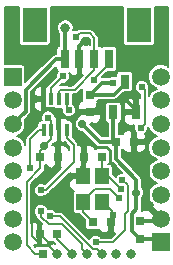
<source format=gbl>
G04 #@! TF.FileFunction,Copper,L2,Bot,Signal*
%FSLAX46Y46*%
G04 Gerber Fmt 4.6, Leading zero omitted, Abs format (unit mm)*
G04 Created by KiCad (PCBNEW 4.0.1-stable) date 2016 March 10, Thursday 23:14:04*
%MOMM*%
G01*
G04 APERTURE LIST*
%ADD10C,0.100000*%
%ADD11R,0.800000X1.600000*%
%ADD12R,2.100000X3.000000*%
%ADD13R,0.750000X0.800000*%
%ADD14R,0.800000X0.750000*%
%ADD15R,0.800000X0.800000*%
%ADD16O,0.800000X0.800000*%
%ADD17R,0.800000X1.200000*%
%ADD18R,0.450000X1.000000*%
%ADD19R,1.150000X1.400000*%
%ADD20C,1.500000*%
%ADD21R,1.500000X1.500000*%
%ADD22C,0.710000*%
%ADD23C,0.610000*%
%ADD24C,0.810000*%
%ADD25C,0.200000*%
%ADD26C,0.300000*%
%ADD27C,0.160000*%
G04 APERTURE END LIST*
D10*
D11*
X93125000Y-44999800D03*
X94375000Y-44999800D03*
X95625000Y-44999800D03*
X96875000Y-44999800D03*
D12*
X90575000Y-42099800D03*
X99425000Y-42099800D03*
D13*
X99500000Y-60250000D03*
X99500000Y-58750000D03*
D14*
X92500000Y-59800000D03*
X91000000Y-59800000D03*
X96250000Y-53250000D03*
X94750000Y-53250000D03*
X95550000Y-58800000D03*
X97050000Y-58800000D03*
X91050000Y-53300000D03*
X92550000Y-53300000D03*
D13*
X95250000Y-48000000D03*
X95250000Y-49500000D03*
D14*
X97500000Y-52000000D03*
X99000000Y-52000000D03*
D15*
X91250000Y-61500000D03*
D16*
X92500000Y-61500000D03*
X93750000Y-61500000D03*
X95000000Y-61500000D03*
X96250000Y-61500000D03*
X97500000Y-61500000D03*
X98750000Y-61500000D03*
D17*
X98200000Y-46900000D03*
X97250000Y-49500000D03*
X99150000Y-49500000D03*
D18*
X93300000Y-48400000D03*
X92650000Y-48400000D03*
X92000000Y-48400000D03*
X91350000Y-48400000D03*
X91350000Y-51000000D03*
X92000000Y-51000000D03*
X92650000Y-51000000D03*
X93300000Y-51000000D03*
D19*
X94700000Y-54900000D03*
X94700000Y-57100000D03*
X96300000Y-57100000D03*
X96300000Y-54900000D03*
D20*
X88750000Y-60500000D03*
X88750000Y-58500000D03*
X88750000Y-56500000D03*
X88750000Y-54500000D03*
X88750000Y-52500000D03*
X88750000Y-50500000D03*
D21*
X88750000Y-46500000D03*
D20*
X88750000Y-48500000D03*
X101250000Y-46500000D03*
X101250000Y-48500000D03*
X101250000Y-50500000D03*
X101250000Y-52500000D03*
X101250000Y-54500000D03*
X101250000Y-56500000D03*
D21*
X101250000Y-60500000D03*
D20*
X101250000Y-58500000D03*
D22*
X91400000Y-52400000D03*
X99200000Y-56300000D03*
X94600000Y-50500000D03*
D23*
X91750000Y-50000000D03*
D22*
X90500000Y-44900000D03*
X99300000Y-45000000D03*
X96100000Y-48900000D03*
D23*
X94400000Y-59000000D03*
D22*
X93600000Y-47000000D03*
X94971045Y-43534852D03*
X90600000Y-48400000D03*
X92600000Y-49600000D03*
D23*
X97183860Y-58202954D03*
X95750000Y-60500000D03*
X98001742Y-55235483D03*
X97909998Y-56000000D03*
X97749348Y-56753057D03*
D24*
X93175859Y-42347713D03*
D23*
X97250000Y-47000000D03*
X91100000Y-57900000D03*
X91900000Y-58300000D03*
X94113360Y-43111454D03*
X95584574Y-46795657D03*
X92970049Y-46475041D03*
X99651616Y-47399363D03*
X99600000Y-50800000D03*
X90163610Y-54206550D03*
X91100000Y-56100000D03*
X93470907Y-49321156D03*
D25*
X91050000Y-53300000D02*
X91050000Y-54250000D01*
X91050000Y-54250000D02*
X89900000Y-55400000D01*
X89900000Y-55400000D02*
X89900000Y-60750000D01*
X89900000Y-60750000D02*
X90650000Y-61500000D01*
X90650000Y-61500000D02*
X91250000Y-61500000D01*
X91050000Y-53300000D02*
X91050000Y-52750000D01*
X91050000Y-52750000D02*
X91400000Y-52400000D01*
X92000000Y-51700000D02*
X92000000Y-51800000D01*
X92000000Y-51800000D02*
X91400000Y-52400000D01*
D26*
X99200000Y-56300000D02*
X99200000Y-57716998D01*
X99200000Y-57716998D02*
X98814999Y-58101999D01*
X98814999Y-58101999D02*
X98814999Y-59539999D01*
X98814999Y-59539999D02*
X99500000Y-60225000D01*
X99500000Y-60225000D02*
X99500000Y-60250000D01*
X97500000Y-52000000D02*
X97500000Y-53500000D01*
X97500000Y-53500000D02*
X99200000Y-55200000D01*
X99200000Y-55200000D02*
X99200000Y-56300000D01*
X97500000Y-52000000D02*
X96100000Y-52000000D01*
X96100000Y-52000000D02*
X94600000Y-50500000D01*
X97250000Y-49500000D02*
X97250000Y-51750000D01*
X97250000Y-51750000D02*
X97500000Y-52000000D01*
D25*
X91750000Y-50000000D02*
X92000000Y-50250000D01*
X92000000Y-50250000D02*
X92000000Y-51000000D01*
X92000000Y-51700000D02*
X92000000Y-51000000D01*
D26*
X99500000Y-60250000D02*
X101000000Y-60250000D01*
X101000000Y-60250000D02*
X101250000Y-60500000D01*
X96454999Y-48545001D02*
X96100000Y-48900000D01*
X98395001Y-48545001D02*
X96454999Y-48545001D01*
X99150000Y-49300000D02*
X98395001Y-48545001D01*
X99150000Y-49500000D02*
X99150000Y-49300000D01*
X90600000Y-48400000D02*
X91350000Y-48400000D01*
D25*
X92650000Y-51000000D02*
X92650000Y-53200000D01*
X92650000Y-53200000D02*
X92550000Y-53300000D01*
X92550000Y-53300000D02*
X92550000Y-53813661D01*
X92550000Y-53813661D02*
X90318426Y-56045235D01*
X90318426Y-56045235D02*
X90318426Y-57000000D01*
D26*
X95250000Y-49500000D02*
X95500000Y-49500000D01*
X95500000Y-49500000D02*
X96100000Y-48900000D01*
X93700000Y-50000000D02*
X93900000Y-50000000D01*
X93900000Y-50000000D02*
X94075000Y-50000000D01*
D27*
X94750000Y-51950000D02*
X94004999Y-51204999D01*
X94004999Y-51204999D02*
X94004999Y-50104999D01*
X94004999Y-50104999D02*
X93900000Y-50000000D01*
X94750000Y-53250000D02*
X94750000Y-51950000D01*
X92600000Y-49600000D02*
X93000000Y-50000000D01*
X93000000Y-50000000D02*
X93700000Y-50000000D01*
X93965000Y-54900000D02*
X92365000Y-56500000D01*
X92365000Y-56500000D02*
X92065000Y-56800000D01*
X94400000Y-59000000D02*
X94400000Y-58535000D01*
X94400000Y-58535000D02*
X92365000Y-56500000D01*
X94400000Y-59000000D02*
X95100000Y-59700000D01*
X95100000Y-59700000D02*
X96685000Y-59700000D01*
X96685000Y-59700000D02*
X97050000Y-59335000D01*
X97050000Y-59335000D02*
X97050000Y-58800000D01*
X92065000Y-56800000D02*
X91865000Y-57000000D01*
X97050000Y-58800000D02*
X97050000Y-58336814D01*
X97050000Y-58336814D02*
X97183860Y-58202954D01*
D26*
X94375000Y-44999800D02*
X94375000Y-46225000D01*
X94375000Y-46225000D02*
X93600000Y-47000000D01*
X94375000Y-43899800D02*
X94739948Y-43534852D01*
X94739948Y-43534852D02*
X94971045Y-43534852D01*
X94375000Y-44999800D02*
X94375000Y-43899800D01*
D25*
X90318426Y-59951464D02*
X91206961Y-60839999D01*
X91858001Y-60839999D02*
X91910001Y-60891999D01*
X91206961Y-60839999D02*
X91858001Y-60839999D01*
D27*
X91865000Y-57000000D02*
X90318426Y-57000000D01*
D25*
X90318426Y-57000000D02*
X90318426Y-59951464D01*
D27*
X94700000Y-54900000D02*
X93965000Y-54900000D01*
X94750000Y-53250000D02*
X94750000Y-54850000D01*
X94750000Y-54850000D02*
X94700000Y-54900000D01*
D26*
X95250000Y-49500000D02*
X95250000Y-49475000D01*
X94075000Y-50000000D02*
X94575000Y-49500000D01*
X94575000Y-49500000D02*
X95250000Y-49500000D01*
D27*
X91910001Y-60891999D02*
X91910001Y-60685001D01*
X91910001Y-60685001D02*
X91025000Y-59800000D01*
X91025000Y-59800000D02*
X91000000Y-59800000D01*
D25*
X91910001Y-60910001D02*
X92500000Y-61500000D01*
X91910001Y-60891999D02*
X91910001Y-60910001D01*
D26*
X91350000Y-49150000D02*
X91350000Y-49200000D01*
X92600000Y-49600000D02*
X92240001Y-49240001D01*
X91350000Y-49200000D02*
X91350000Y-48400000D01*
X92240001Y-49240001D02*
X91390001Y-49240001D01*
X91390001Y-49240001D02*
X91350000Y-49200000D01*
X92600000Y-49600000D02*
X92600000Y-50950000D01*
X92600000Y-50950000D02*
X92650000Y-51000000D01*
X99000000Y-52675000D02*
X99000000Y-52000000D01*
X100189999Y-53864999D02*
X99000000Y-52675000D01*
X101250000Y-58500000D02*
X100189999Y-57439999D01*
X100189999Y-57439999D02*
X100189999Y-53864999D01*
D27*
X97183860Y-58202954D02*
X97183860Y-57983860D01*
X97183860Y-57983860D02*
X96300000Y-57100000D01*
D26*
X99500000Y-58750000D02*
X101000000Y-58750000D01*
X101000000Y-58750000D02*
X101250000Y-58500000D01*
D27*
X98200000Y-59500000D02*
X97200000Y-60500000D01*
X98001742Y-55235483D02*
X98454999Y-55688740D01*
X98200000Y-58131501D02*
X98200000Y-59500000D01*
X98454999Y-55688740D02*
X98454999Y-57876502D01*
X98454999Y-57876502D02*
X98200000Y-58131501D01*
X97200000Y-60500000D02*
X95750000Y-60500000D01*
X93750000Y-61500000D02*
X92500000Y-60250000D01*
X92500000Y-60250000D02*
X92500000Y-59800000D01*
X97909998Y-56000000D02*
X96809998Y-54900000D01*
X96809998Y-54900000D02*
X96300000Y-54900000D01*
X96300000Y-54900000D02*
X96300000Y-53300000D01*
X96300000Y-53300000D02*
X96250000Y-53250000D01*
X95550000Y-58800000D02*
X95525000Y-58800000D01*
X95525000Y-58800000D02*
X94700000Y-57975000D01*
X94700000Y-57975000D02*
X94700000Y-57960000D01*
X94700000Y-57960000D02*
X94700000Y-57100000D01*
X96996291Y-56000000D02*
X95675000Y-56000000D01*
X95675000Y-56000000D02*
X94700000Y-56975000D01*
X94700000Y-56975000D02*
X94700000Y-57100000D01*
X97749348Y-56753057D02*
X96996291Y-56000000D01*
D26*
X97300000Y-48000000D02*
X98200000Y-47100000D01*
X95250000Y-48000000D02*
X97300000Y-48000000D01*
X98200000Y-47100000D02*
X98200000Y-46900000D01*
X96250000Y-47000000D02*
X95250000Y-48000000D01*
X97250000Y-47000000D02*
X96250000Y-47000000D01*
X93125000Y-42398572D02*
X93175859Y-42347713D01*
X93125000Y-44999800D02*
X93125000Y-42398572D01*
X93125000Y-44999800D02*
X92425000Y-44999800D01*
X92425000Y-44999800D02*
X89810001Y-47614799D01*
X89810001Y-47614799D02*
X89810001Y-49439999D01*
X89810001Y-49439999D02*
X89499999Y-49750001D01*
X89499999Y-49750001D02*
X88750000Y-50500000D01*
X98100000Y-47000000D02*
X98200000Y-46900000D01*
D27*
X91100000Y-57900000D02*
X91100000Y-58331335D01*
X91100000Y-58331335D02*
X91768665Y-59000000D01*
X91768665Y-59000000D02*
X92907002Y-59000000D01*
X92907002Y-59000000D02*
X94600001Y-60692999D01*
X94600001Y-60692999D02*
X94600001Y-61100001D01*
X94600001Y-61100001D02*
X95000000Y-61500000D01*
X96250000Y-61500000D02*
X95850001Y-61100001D01*
X95850001Y-61100001D02*
X95547203Y-61100001D01*
X95547203Y-61100001D02*
X92747202Y-58300000D01*
X92747202Y-58300000D02*
X92331335Y-58300000D01*
X92331335Y-58300000D02*
X91900000Y-58300000D01*
X95625000Y-45959800D02*
X95625000Y-44999800D01*
X92650000Y-48400000D02*
X92650000Y-47740000D01*
X92650000Y-47740000D02*
X92794998Y-47595002D01*
X92794998Y-47595002D02*
X93989798Y-47595002D01*
X93989798Y-47595002D02*
X95625000Y-45959800D01*
X95236755Y-42806455D02*
X94418359Y-42806455D01*
X94418359Y-42806455D02*
X94113360Y-43111454D01*
X95625000Y-44999800D02*
X95625000Y-43194700D01*
X95625000Y-43194700D02*
X95236755Y-42806455D01*
X95584574Y-46690226D02*
X95584574Y-46795657D01*
X96875000Y-45399800D02*
X95584574Y-46690226D01*
X96875000Y-44999800D02*
X96875000Y-45399800D01*
X92000000Y-48400000D02*
X92000000Y-47445090D01*
X92000000Y-47445090D02*
X92665050Y-46780040D01*
X92665050Y-46780040D02*
X92970049Y-46475041D01*
X99904999Y-47652746D02*
X99651616Y-47399363D01*
X99904999Y-50495001D02*
X99904999Y-47652746D01*
X99600000Y-50800000D02*
X99904999Y-50495001D01*
X90163610Y-54206550D02*
X90163610Y-51801390D01*
X90163610Y-51801390D02*
X90965000Y-51000000D01*
X90965000Y-51000000D02*
X91350000Y-51000000D01*
X93890001Y-53741197D02*
X92531198Y-55100000D01*
X91100000Y-56100000D02*
X91531335Y-56100000D01*
X92531198Y-55100137D02*
X92531198Y-55100000D01*
X91531335Y-56100000D02*
X92531198Y-55100137D01*
X93890001Y-52250001D02*
X93890001Y-53741197D01*
X93300000Y-51660000D02*
X93890001Y-52250001D01*
X93300000Y-51000000D02*
X93300000Y-51660000D01*
X93300000Y-48400000D02*
X93300000Y-49150249D01*
X93300000Y-49150249D02*
X93470907Y-49321156D01*
D25*
G36*
X92654000Y-61346000D02*
X92674000Y-61346000D01*
X92674000Y-61654000D01*
X92654000Y-61654000D01*
X92654000Y-61674000D01*
X92346000Y-61674000D01*
X92346000Y-61654000D01*
X92326000Y-61654000D01*
X92326000Y-61346000D01*
X92346000Y-61346000D01*
X92346000Y-61326000D01*
X92654000Y-61326000D01*
X92654000Y-61346000D01*
X92654000Y-61346000D01*
G37*
X92654000Y-61346000D02*
X92674000Y-61346000D01*
X92674000Y-61654000D01*
X92654000Y-61654000D01*
X92654000Y-61674000D01*
X92346000Y-61674000D01*
X92346000Y-61654000D01*
X92326000Y-61654000D01*
X92326000Y-61346000D01*
X92346000Y-61346000D01*
X92346000Y-61326000D01*
X92654000Y-61326000D01*
X92654000Y-61346000D01*
G36*
X89219123Y-43599800D02*
X89240042Y-43710973D01*
X89305745Y-43813079D01*
X89405997Y-43881578D01*
X89525000Y-43905677D01*
X91625000Y-43905677D01*
X91736173Y-43884758D01*
X91838279Y-43819055D01*
X91906778Y-43718803D01*
X91930877Y-43599800D01*
X91930877Y-40600000D01*
X98069123Y-40600000D01*
X98069123Y-43599800D01*
X98090042Y-43710973D01*
X98155745Y-43813079D01*
X98255997Y-43881578D01*
X98375000Y-43905677D01*
X100475000Y-43905677D01*
X100586173Y-43884758D01*
X100688279Y-43819055D01*
X100756778Y-43718803D01*
X100780877Y-43599800D01*
X100780877Y-40600000D01*
X101900000Y-40600000D01*
X101900000Y-45664913D01*
X101845554Y-45610372D01*
X101459774Y-45450182D01*
X101042058Y-45449818D01*
X100656000Y-45609334D01*
X100360372Y-45904446D01*
X100200182Y-46290226D01*
X100199818Y-46707942D01*
X100359334Y-47094000D01*
X100654446Y-47389628D01*
X100920429Y-47500074D01*
X100656000Y-47609334D01*
X100360372Y-47904446D01*
X100284999Y-48085964D01*
X100284999Y-47652751D01*
X100285000Y-47652746D01*
X100256520Y-47509571D01*
X100256721Y-47279549D01*
X100164809Y-47057106D01*
X99994769Y-46886768D01*
X99772486Y-46794468D01*
X99531802Y-46794258D01*
X99309359Y-46886170D01*
X99139021Y-47056210D01*
X99046721Y-47278493D01*
X99046511Y-47519177D01*
X99138423Y-47741620D01*
X99308463Y-47911958D01*
X99524999Y-48001872D01*
X99524999Y-48292000D01*
X99456000Y-48292000D01*
X99304000Y-48444000D01*
X99304000Y-49346000D01*
X99324000Y-49346000D01*
X99324000Y-49654000D01*
X99304000Y-49654000D01*
X99304000Y-49674000D01*
X98996000Y-49674000D01*
X98996000Y-49654000D01*
X98294000Y-49654000D01*
X98142000Y-49806000D01*
X98142000Y-50220938D01*
X98234562Y-50444404D01*
X98405595Y-50615437D01*
X98629061Y-50708000D01*
X98844000Y-50708000D01*
X98995998Y-50556002D01*
X98995998Y-50676979D01*
X98995105Y-50679130D01*
X98994895Y-50919814D01*
X99086807Y-51142257D01*
X99154000Y-51209568D01*
X99154000Y-51846000D01*
X99856000Y-51846000D01*
X100008000Y-51694000D01*
X100008000Y-51504062D01*
X99930886Y-51317891D01*
X99942257Y-51313193D01*
X100112595Y-51143153D01*
X100204895Y-50920870D01*
X100205070Y-50720652D01*
X100359334Y-51094000D01*
X100654446Y-51389628D01*
X100920429Y-51500074D01*
X100656000Y-51609334D01*
X100360372Y-51904446D01*
X100200182Y-52290226D01*
X100199818Y-52707942D01*
X100359334Y-53094000D01*
X100654446Y-53389628D01*
X100920429Y-53500074D01*
X100656000Y-53609334D01*
X100360372Y-53904446D01*
X100200182Y-54290226D01*
X100199818Y-54707942D01*
X100359334Y-55094000D01*
X100654446Y-55389628D01*
X100920429Y-55500074D01*
X100656000Y-55609334D01*
X100360372Y-55904446D01*
X100200182Y-56290226D01*
X100199818Y-56707942D01*
X100359334Y-57094000D01*
X100564707Y-57299732D01*
X100494140Y-57526351D01*
X101250000Y-58282211D01*
X101264142Y-58268069D01*
X101481931Y-58485858D01*
X101467789Y-58500000D01*
X101481931Y-58514142D01*
X101264142Y-58731931D01*
X101250000Y-58717789D01*
X101235858Y-58731931D01*
X101018069Y-58514142D01*
X101032211Y-58500000D01*
X100276351Y-57744140D01*
X100119226Y-57793067D01*
X99995938Y-57742000D01*
X99806000Y-57742000D01*
X99654002Y-57893998D01*
X99654002Y-57742000D01*
X99645027Y-57742000D01*
X99650000Y-57716998D01*
X99650000Y-56776287D01*
X99754958Y-56671512D01*
X99854886Y-56430859D01*
X99855113Y-56170284D01*
X99755606Y-55929457D01*
X99650000Y-55823667D01*
X99650000Y-55200000D01*
X99615746Y-55027792D01*
X99518198Y-54881802D01*
X97950000Y-53313604D01*
X97950000Y-52671469D01*
X98011173Y-52659958D01*
X98049676Y-52635182D01*
X98084562Y-52719404D01*
X98255595Y-52890437D01*
X98479061Y-52983000D01*
X98694000Y-52983000D01*
X98846000Y-52831000D01*
X98846000Y-52154000D01*
X99154000Y-52154000D01*
X99154000Y-52831000D01*
X99306000Y-52983000D01*
X99520939Y-52983000D01*
X99744405Y-52890437D01*
X99915438Y-52719404D01*
X100008000Y-52495938D01*
X100008000Y-52306000D01*
X99856000Y-52154000D01*
X99154000Y-52154000D01*
X98846000Y-52154000D01*
X98826000Y-52154000D01*
X98826000Y-51846000D01*
X98846000Y-51846000D01*
X98846000Y-51169000D01*
X98694000Y-51017000D01*
X98479061Y-51017000D01*
X98255595Y-51109563D01*
X98084562Y-51280596D01*
X98049882Y-51364321D01*
X98019003Y-51343222D01*
X97900000Y-51319123D01*
X97700000Y-51319123D01*
X97700000Y-50396469D01*
X97761173Y-50384958D01*
X97863279Y-50319255D01*
X97931778Y-50219003D01*
X97955877Y-50100000D01*
X97955877Y-48900000D01*
X97934958Y-48788827D01*
X97928675Y-48779062D01*
X98142000Y-48779062D01*
X98142000Y-49194000D01*
X98294000Y-49346000D01*
X98996000Y-49346000D01*
X98996000Y-48444000D01*
X98844000Y-48292000D01*
X98629061Y-48292000D01*
X98405595Y-48384563D01*
X98234562Y-48555596D01*
X98142000Y-48779062D01*
X97928675Y-48779062D01*
X97869255Y-48686721D01*
X97769003Y-48618222D01*
X97650000Y-48594123D01*
X96850000Y-48594123D01*
X96738827Y-48615042D01*
X96636721Y-48680745D01*
X96568222Y-48780997D01*
X96544123Y-48900000D01*
X96544123Y-50100000D01*
X96565042Y-50211173D01*
X96630745Y-50313279D01*
X96730997Y-50381778D01*
X96800000Y-50395752D01*
X96800000Y-51550000D01*
X96286396Y-51550000D01*
X95254984Y-50518588D01*
X95254993Y-50508000D01*
X95404002Y-50508000D01*
X95404002Y-50356002D01*
X95556000Y-50508000D01*
X95745938Y-50508000D01*
X95969404Y-50415438D01*
X96140437Y-50244405D01*
X96233000Y-50020939D01*
X96233000Y-49806000D01*
X96081000Y-49654000D01*
X95404000Y-49654000D01*
X95404000Y-49674000D01*
X95096000Y-49674000D01*
X95096000Y-49654000D01*
X94419000Y-49654000D01*
X94267000Y-49806000D01*
X94267000Y-49928882D01*
X94229457Y-49944394D01*
X94045042Y-50128488D01*
X93945114Y-50369141D01*
X93944887Y-50629716D01*
X94044394Y-50870543D01*
X94228488Y-51054958D01*
X94469141Y-51154886D01*
X94618620Y-51155016D01*
X95781802Y-52318198D01*
X95927792Y-52415746D01*
X96100000Y-52450000D01*
X96808235Y-52450000D01*
X96815042Y-52486173D01*
X96880745Y-52588279D01*
X96980997Y-52656778D01*
X97050000Y-52670752D01*
X97050000Y-53500000D01*
X97084254Y-53672208D01*
X97165635Y-53794003D01*
X97181802Y-53818198D01*
X97994080Y-54630476D01*
X97881928Y-54630378D01*
X97659485Y-54722290D01*
X97489147Y-54892330D01*
X97445307Y-54997907D01*
X97180877Y-54733477D01*
X97180877Y-54200000D01*
X97159958Y-54088827D01*
X97094255Y-53986721D01*
X96994003Y-53918222D01*
X96875000Y-53894123D01*
X96785781Y-53894123D01*
X96863279Y-53844255D01*
X96931778Y-53744003D01*
X96955877Y-53625000D01*
X96955877Y-52875000D01*
X96934958Y-52763827D01*
X96869255Y-52661721D01*
X96769003Y-52593222D01*
X96650000Y-52569123D01*
X95850000Y-52569123D01*
X95738827Y-52590042D01*
X95700324Y-52614818D01*
X95665438Y-52530596D01*
X95494405Y-52359563D01*
X95270939Y-52267000D01*
X95056000Y-52267000D01*
X94904000Y-52419000D01*
X94904000Y-53096000D01*
X94924000Y-53096000D01*
X94924000Y-53404000D01*
X94904000Y-53404000D01*
X94904000Y-53694000D01*
X94854000Y-53744000D01*
X94854000Y-54746000D01*
X94874000Y-54746000D01*
X94874000Y-55054000D01*
X94854000Y-55054000D01*
X94854000Y-55074000D01*
X94546000Y-55074000D01*
X94546000Y-55054000D01*
X93669000Y-55054000D01*
X93517000Y-55206000D01*
X93517000Y-55720939D01*
X93609563Y-55944405D01*
X93780596Y-56115438D01*
X93922115Y-56174057D01*
X93911721Y-56180745D01*
X93843222Y-56280997D01*
X93819123Y-56400000D01*
X93819123Y-57800000D01*
X93840042Y-57911173D01*
X93905745Y-58013279D01*
X94005997Y-58081778D01*
X94125000Y-58105877D01*
X94346033Y-58105877D01*
X94348926Y-58120420D01*
X94388860Y-58180186D01*
X94431299Y-58243701D01*
X94844123Y-58656524D01*
X94844123Y-59175000D01*
X94865042Y-59286173D01*
X94930745Y-59388279D01*
X95030997Y-59456778D01*
X95150000Y-59480877D01*
X95950000Y-59480877D01*
X96061173Y-59459958D01*
X96099676Y-59435182D01*
X96134562Y-59519404D01*
X96305595Y-59690437D01*
X96529061Y-59783000D01*
X96744000Y-59783000D01*
X96896000Y-59631000D01*
X96896000Y-58954000D01*
X96876000Y-58954000D01*
X96876000Y-58646000D01*
X96896000Y-58646000D01*
X96896000Y-58626000D01*
X97204000Y-58626000D01*
X97204000Y-58646000D01*
X97224000Y-58646000D01*
X97224000Y-58954000D01*
X97204000Y-58954000D01*
X97204000Y-59631000D01*
X97356000Y-59783000D01*
X97379598Y-59783000D01*
X97042598Y-60120000D01*
X96225516Y-60120000D01*
X96093153Y-59987405D01*
X95870870Y-59895105D01*
X95630186Y-59894895D01*
X95407743Y-59986807D01*
X95237405Y-60156847D01*
X95209251Y-60224648D01*
X93015903Y-58031299D01*
X92948230Y-57986082D01*
X92892622Y-57948926D01*
X92868494Y-57944127D01*
X92747202Y-57919999D01*
X92747197Y-57920000D01*
X92375516Y-57920000D01*
X92243153Y-57787405D01*
X92020870Y-57695105D01*
X91780186Y-57694895D01*
X91685952Y-57733832D01*
X91613193Y-57557743D01*
X91443153Y-57387405D01*
X91220870Y-57295105D01*
X90980186Y-57294895D01*
X90757743Y-57386807D01*
X90587405Y-57556847D01*
X90495105Y-57779130D01*
X90494895Y-58019814D01*
X90586807Y-58242257D01*
X90731016Y-58386719D01*
X90738631Y-58425000D01*
X90748926Y-58476755D01*
X90785371Y-58531299D01*
X90831299Y-58600036D01*
X91177132Y-58945868D01*
X91154000Y-58969000D01*
X91154000Y-59646000D01*
X91174000Y-59646000D01*
X91174000Y-59954000D01*
X91154000Y-59954000D01*
X91154000Y-60631000D01*
X91306000Y-60783000D01*
X91520939Y-60783000D01*
X91744405Y-60690437D01*
X91915438Y-60519404D01*
X91950118Y-60435679D01*
X91980997Y-60456778D01*
X92100000Y-60480877D01*
X92206026Y-60480877D01*
X92231299Y-60518701D01*
X92345998Y-60633400D01*
X92345998Y-60655814D01*
X92192058Y-60540172D01*
X91848188Y-60731079D01*
X91775460Y-60822634D01*
X91769003Y-60818222D01*
X91650000Y-60794123D01*
X90850000Y-60794123D01*
X90738827Y-60815042D01*
X90636721Y-60880745D01*
X90620367Y-60904681D01*
X90498686Y-60783000D01*
X90694000Y-60783000D01*
X90846000Y-60631000D01*
X90846000Y-59954000D01*
X90826000Y-59954000D01*
X90826000Y-59646000D01*
X90846000Y-59646000D01*
X90846000Y-58969000D01*
X90694000Y-58817000D01*
X90479061Y-58817000D01*
X90300000Y-58891170D01*
X90300000Y-56219814D01*
X90494895Y-56219814D01*
X90586807Y-56442257D01*
X90756847Y-56612595D01*
X90979130Y-56704895D01*
X91219814Y-56705105D01*
X91442257Y-56613193D01*
X91586719Y-56468984D01*
X91652627Y-56455873D01*
X91676755Y-56451074D01*
X91800036Y-56368701D01*
X92799896Y-55368840D01*
X92799899Y-55368838D01*
X92800175Y-55368425D01*
X93545800Y-54622800D01*
X93669000Y-54746000D01*
X94546000Y-54746000D01*
X94546000Y-54131000D01*
X94596000Y-54081000D01*
X94596000Y-53404000D01*
X94576000Y-53404000D01*
X94576000Y-53096000D01*
X94596000Y-53096000D01*
X94596000Y-52419000D01*
X94444000Y-52267000D01*
X94270001Y-52267000D01*
X94270001Y-52250001D01*
X94241075Y-52104581D01*
X94158702Y-51981300D01*
X94158699Y-51981298D01*
X93802567Y-51625166D01*
X93806778Y-51619003D01*
X93830877Y-51500000D01*
X93830877Y-50500000D01*
X93809958Y-50388827D01*
X93744255Y-50286721D01*
X93644003Y-50218222D01*
X93525000Y-50194123D01*
X93406396Y-50194123D01*
X93390438Y-50155596D01*
X93219405Y-49984563D01*
X92995939Y-49892000D01*
X92914500Y-49892000D01*
X92762500Y-50044000D01*
X92762500Y-50846000D01*
X92769123Y-50846000D01*
X92769123Y-51154000D01*
X92762500Y-51154000D01*
X92762500Y-51956000D01*
X92914500Y-52108000D01*
X92995939Y-52108000D01*
X93147726Y-52045128D01*
X93510001Y-52407402D01*
X93510001Y-52688181D01*
X93465438Y-52580596D01*
X93294405Y-52409563D01*
X93070939Y-52317000D01*
X92856000Y-52317000D01*
X92704000Y-52469000D01*
X92704000Y-53146000D01*
X92724000Y-53146000D01*
X92724000Y-53454000D01*
X92704000Y-53454000D01*
X92704000Y-54131000D01*
X92833398Y-54260398D01*
X92262497Y-54831299D01*
X92262219Y-54831715D01*
X91474813Y-55619120D01*
X91443153Y-55587405D01*
X91220870Y-55495105D01*
X90980186Y-55494895D01*
X90757743Y-55586807D01*
X90587405Y-55756847D01*
X90495105Y-55979130D01*
X90494895Y-56219814D01*
X90300000Y-56219814D01*
X90300000Y-55565686D01*
X91332840Y-54532845D01*
X91332843Y-54532843D01*
X91419552Y-54403073D01*
X91429717Y-54351970D01*
X91450001Y-54250000D01*
X91450000Y-54249995D01*
X91450000Y-53980877D01*
X91561173Y-53959958D01*
X91599676Y-53935182D01*
X91634562Y-54019404D01*
X91805595Y-54190437D01*
X92029061Y-54283000D01*
X92244000Y-54283000D01*
X92396000Y-54131000D01*
X92396000Y-53454000D01*
X92376000Y-53454000D01*
X92376000Y-53146000D01*
X92396000Y-53146000D01*
X92396000Y-52469000D01*
X92244000Y-52317000D01*
X92055072Y-52317000D01*
X92055078Y-52310608D01*
X92271269Y-52094417D01*
X92304061Y-52108000D01*
X92385500Y-52108000D01*
X92537500Y-51956000D01*
X92537500Y-51154000D01*
X92530877Y-51154000D01*
X92530877Y-50846000D01*
X92537500Y-50846000D01*
X92537500Y-50044000D01*
X92385500Y-49892000D01*
X92355095Y-49892000D01*
X92355105Y-49880186D01*
X92263193Y-49657743D01*
X92093153Y-49487405D01*
X91919531Y-49415311D01*
X92090438Y-49244404D01*
X92106396Y-49205877D01*
X92225000Y-49205877D01*
X92328671Y-49186370D01*
X92425000Y-49205877D01*
X92866007Y-49205877D01*
X92865802Y-49440970D01*
X92957714Y-49663413D01*
X93127754Y-49833751D01*
X93350037Y-49926051D01*
X93590721Y-49926261D01*
X93813164Y-49834349D01*
X93983502Y-49664309D01*
X94075802Y-49442026D01*
X94076012Y-49201342D01*
X93984100Y-48978899D01*
X93830877Y-48825407D01*
X93830877Y-47975002D01*
X93989793Y-47975002D01*
X93989798Y-47975003D01*
X94111090Y-47950875D01*
X94135218Y-47946076D01*
X94258499Y-47863703D01*
X94581038Y-47541164D01*
X94569123Y-47600000D01*
X94569123Y-48400000D01*
X94590042Y-48511173D01*
X94614818Y-48549676D01*
X94530596Y-48584562D01*
X94359563Y-48755595D01*
X94267000Y-48979061D01*
X94267000Y-49194000D01*
X94419000Y-49346000D01*
X95096000Y-49346000D01*
X95096000Y-49326000D01*
X95404000Y-49326000D01*
X95404000Y-49346000D01*
X96081000Y-49346000D01*
X96233000Y-49194000D01*
X96233000Y-48979061D01*
X96140437Y-48755595D01*
X95969404Y-48584562D01*
X95885679Y-48549882D01*
X95906778Y-48519003D01*
X95920752Y-48450000D01*
X97300000Y-48450000D01*
X97472208Y-48415746D01*
X97618198Y-48318198D01*
X98130519Y-47805877D01*
X98600000Y-47805877D01*
X98711173Y-47784958D01*
X98813279Y-47719255D01*
X98881778Y-47619003D01*
X98905877Y-47500000D01*
X98905877Y-46300000D01*
X98884958Y-46188827D01*
X98819255Y-46086721D01*
X98719003Y-46018222D01*
X98600000Y-45994123D01*
X97800000Y-45994123D01*
X97688827Y-46015042D01*
X97586721Y-46080745D01*
X97518222Y-46180997D01*
X97494123Y-46300000D01*
X97494123Y-46446284D01*
X97370870Y-46395105D01*
X97130186Y-46394895D01*
X96907743Y-46486807D01*
X96844439Y-46550000D01*
X96262202Y-46550000D01*
X96706525Y-46105677D01*
X97275000Y-46105677D01*
X97386173Y-46084758D01*
X97488279Y-46019055D01*
X97556778Y-45918803D01*
X97580877Y-45799800D01*
X97580877Y-44199800D01*
X97559958Y-44088627D01*
X97494255Y-43986521D01*
X97394003Y-43918022D01*
X97275000Y-43893923D01*
X96475000Y-43893923D01*
X96363827Y-43914842D01*
X96261721Y-43980545D01*
X96250746Y-43996608D01*
X96244255Y-43986521D01*
X96144003Y-43918022D01*
X96025000Y-43893923D01*
X96005000Y-43893923D01*
X96005000Y-43194700D01*
X95976074Y-43049280D01*
X95893701Y-42925999D01*
X95893698Y-42925997D01*
X95505456Y-42537754D01*
X95458769Y-42506559D01*
X95382175Y-42455381D01*
X95358047Y-42450582D01*
X95236755Y-42426454D01*
X95236750Y-42426455D01*
X94418364Y-42426455D01*
X94418359Y-42426454D01*
X94297067Y-42450582D01*
X94272939Y-42455381D01*
X94196394Y-42506526D01*
X93993546Y-42506349D01*
X93848458Y-42566299D01*
X93880737Y-42488561D01*
X93880981Y-42208095D01*
X93773878Y-41948884D01*
X93575731Y-41750391D01*
X93316707Y-41642835D01*
X93036241Y-41642591D01*
X92777030Y-41749694D01*
X92578537Y-41947841D01*
X92470981Y-42206865D01*
X92470737Y-42487331D01*
X92577840Y-42746542D01*
X92675000Y-42843872D01*
X92675000Y-43903331D01*
X92613827Y-43914842D01*
X92511721Y-43980545D01*
X92443222Y-44080797D01*
X92419123Y-44199800D01*
X92419123Y-44550969D01*
X92252792Y-44584054D01*
X92199295Y-44619800D01*
X92106802Y-44681602D01*
X89805877Y-46982527D01*
X89805877Y-45750000D01*
X89784958Y-45638827D01*
X89719255Y-45536721D01*
X89619003Y-45468222D01*
X89500000Y-45444123D01*
X88100000Y-45444123D01*
X88100000Y-40600000D01*
X89219123Y-40600000D01*
X89219123Y-43599800D01*
X89219123Y-43599800D01*
G37*
X89219123Y-43599800D02*
X89240042Y-43710973D01*
X89305745Y-43813079D01*
X89405997Y-43881578D01*
X89525000Y-43905677D01*
X91625000Y-43905677D01*
X91736173Y-43884758D01*
X91838279Y-43819055D01*
X91906778Y-43718803D01*
X91930877Y-43599800D01*
X91930877Y-40600000D01*
X98069123Y-40600000D01*
X98069123Y-43599800D01*
X98090042Y-43710973D01*
X98155745Y-43813079D01*
X98255997Y-43881578D01*
X98375000Y-43905677D01*
X100475000Y-43905677D01*
X100586173Y-43884758D01*
X100688279Y-43819055D01*
X100756778Y-43718803D01*
X100780877Y-43599800D01*
X100780877Y-40600000D01*
X101900000Y-40600000D01*
X101900000Y-45664913D01*
X101845554Y-45610372D01*
X101459774Y-45450182D01*
X101042058Y-45449818D01*
X100656000Y-45609334D01*
X100360372Y-45904446D01*
X100200182Y-46290226D01*
X100199818Y-46707942D01*
X100359334Y-47094000D01*
X100654446Y-47389628D01*
X100920429Y-47500074D01*
X100656000Y-47609334D01*
X100360372Y-47904446D01*
X100284999Y-48085964D01*
X100284999Y-47652751D01*
X100285000Y-47652746D01*
X100256520Y-47509571D01*
X100256721Y-47279549D01*
X100164809Y-47057106D01*
X99994769Y-46886768D01*
X99772486Y-46794468D01*
X99531802Y-46794258D01*
X99309359Y-46886170D01*
X99139021Y-47056210D01*
X99046721Y-47278493D01*
X99046511Y-47519177D01*
X99138423Y-47741620D01*
X99308463Y-47911958D01*
X99524999Y-48001872D01*
X99524999Y-48292000D01*
X99456000Y-48292000D01*
X99304000Y-48444000D01*
X99304000Y-49346000D01*
X99324000Y-49346000D01*
X99324000Y-49654000D01*
X99304000Y-49654000D01*
X99304000Y-49674000D01*
X98996000Y-49674000D01*
X98996000Y-49654000D01*
X98294000Y-49654000D01*
X98142000Y-49806000D01*
X98142000Y-50220938D01*
X98234562Y-50444404D01*
X98405595Y-50615437D01*
X98629061Y-50708000D01*
X98844000Y-50708000D01*
X98995998Y-50556002D01*
X98995998Y-50676979D01*
X98995105Y-50679130D01*
X98994895Y-50919814D01*
X99086807Y-51142257D01*
X99154000Y-51209568D01*
X99154000Y-51846000D01*
X99856000Y-51846000D01*
X100008000Y-51694000D01*
X100008000Y-51504062D01*
X99930886Y-51317891D01*
X99942257Y-51313193D01*
X100112595Y-51143153D01*
X100204895Y-50920870D01*
X100205070Y-50720652D01*
X100359334Y-51094000D01*
X100654446Y-51389628D01*
X100920429Y-51500074D01*
X100656000Y-51609334D01*
X100360372Y-51904446D01*
X100200182Y-52290226D01*
X100199818Y-52707942D01*
X100359334Y-53094000D01*
X100654446Y-53389628D01*
X100920429Y-53500074D01*
X100656000Y-53609334D01*
X100360372Y-53904446D01*
X100200182Y-54290226D01*
X100199818Y-54707942D01*
X100359334Y-55094000D01*
X100654446Y-55389628D01*
X100920429Y-55500074D01*
X100656000Y-55609334D01*
X100360372Y-55904446D01*
X100200182Y-56290226D01*
X100199818Y-56707942D01*
X100359334Y-57094000D01*
X100564707Y-57299732D01*
X100494140Y-57526351D01*
X101250000Y-58282211D01*
X101264142Y-58268069D01*
X101481931Y-58485858D01*
X101467789Y-58500000D01*
X101481931Y-58514142D01*
X101264142Y-58731931D01*
X101250000Y-58717789D01*
X101235858Y-58731931D01*
X101018069Y-58514142D01*
X101032211Y-58500000D01*
X100276351Y-57744140D01*
X100119226Y-57793067D01*
X99995938Y-57742000D01*
X99806000Y-57742000D01*
X99654002Y-57893998D01*
X99654002Y-57742000D01*
X99645027Y-57742000D01*
X99650000Y-57716998D01*
X99650000Y-56776287D01*
X99754958Y-56671512D01*
X99854886Y-56430859D01*
X99855113Y-56170284D01*
X99755606Y-55929457D01*
X99650000Y-55823667D01*
X99650000Y-55200000D01*
X99615746Y-55027792D01*
X99518198Y-54881802D01*
X97950000Y-53313604D01*
X97950000Y-52671469D01*
X98011173Y-52659958D01*
X98049676Y-52635182D01*
X98084562Y-52719404D01*
X98255595Y-52890437D01*
X98479061Y-52983000D01*
X98694000Y-52983000D01*
X98846000Y-52831000D01*
X98846000Y-52154000D01*
X99154000Y-52154000D01*
X99154000Y-52831000D01*
X99306000Y-52983000D01*
X99520939Y-52983000D01*
X99744405Y-52890437D01*
X99915438Y-52719404D01*
X100008000Y-52495938D01*
X100008000Y-52306000D01*
X99856000Y-52154000D01*
X99154000Y-52154000D01*
X98846000Y-52154000D01*
X98826000Y-52154000D01*
X98826000Y-51846000D01*
X98846000Y-51846000D01*
X98846000Y-51169000D01*
X98694000Y-51017000D01*
X98479061Y-51017000D01*
X98255595Y-51109563D01*
X98084562Y-51280596D01*
X98049882Y-51364321D01*
X98019003Y-51343222D01*
X97900000Y-51319123D01*
X97700000Y-51319123D01*
X97700000Y-50396469D01*
X97761173Y-50384958D01*
X97863279Y-50319255D01*
X97931778Y-50219003D01*
X97955877Y-50100000D01*
X97955877Y-48900000D01*
X97934958Y-48788827D01*
X97928675Y-48779062D01*
X98142000Y-48779062D01*
X98142000Y-49194000D01*
X98294000Y-49346000D01*
X98996000Y-49346000D01*
X98996000Y-48444000D01*
X98844000Y-48292000D01*
X98629061Y-48292000D01*
X98405595Y-48384563D01*
X98234562Y-48555596D01*
X98142000Y-48779062D01*
X97928675Y-48779062D01*
X97869255Y-48686721D01*
X97769003Y-48618222D01*
X97650000Y-48594123D01*
X96850000Y-48594123D01*
X96738827Y-48615042D01*
X96636721Y-48680745D01*
X96568222Y-48780997D01*
X96544123Y-48900000D01*
X96544123Y-50100000D01*
X96565042Y-50211173D01*
X96630745Y-50313279D01*
X96730997Y-50381778D01*
X96800000Y-50395752D01*
X96800000Y-51550000D01*
X96286396Y-51550000D01*
X95254984Y-50518588D01*
X95254993Y-50508000D01*
X95404002Y-50508000D01*
X95404002Y-50356002D01*
X95556000Y-50508000D01*
X95745938Y-50508000D01*
X95969404Y-50415438D01*
X96140437Y-50244405D01*
X96233000Y-50020939D01*
X96233000Y-49806000D01*
X96081000Y-49654000D01*
X95404000Y-49654000D01*
X95404000Y-49674000D01*
X95096000Y-49674000D01*
X95096000Y-49654000D01*
X94419000Y-49654000D01*
X94267000Y-49806000D01*
X94267000Y-49928882D01*
X94229457Y-49944394D01*
X94045042Y-50128488D01*
X93945114Y-50369141D01*
X93944887Y-50629716D01*
X94044394Y-50870543D01*
X94228488Y-51054958D01*
X94469141Y-51154886D01*
X94618620Y-51155016D01*
X95781802Y-52318198D01*
X95927792Y-52415746D01*
X96100000Y-52450000D01*
X96808235Y-52450000D01*
X96815042Y-52486173D01*
X96880745Y-52588279D01*
X96980997Y-52656778D01*
X97050000Y-52670752D01*
X97050000Y-53500000D01*
X97084254Y-53672208D01*
X97165635Y-53794003D01*
X97181802Y-53818198D01*
X97994080Y-54630476D01*
X97881928Y-54630378D01*
X97659485Y-54722290D01*
X97489147Y-54892330D01*
X97445307Y-54997907D01*
X97180877Y-54733477D01*
X97180877Y-54200000D01*
X97159958Y-54088827D01*
X97094255Y-53986721D01*
X96994003Y-53918222D01*
X96875000Y-53894123D01*
X96785781Y-53894123D01*
X96863279Y-53844255D01*
X96931778Y-53744003D01*
X96955877Y-53625000D01*
X96955877Y-52875000D01*
X96934958Y-52763827D01*
X96869255Y-52661721D01*
X96769003Y-52593222D01*
X96650000Y-52569123D01*
X95850000Y-52569123D01*
X95738827Y-52590042D01*
X95700324Y-52614818D01*
X95665438Y-52530596D01*
X95494405Y-52359563D01*
X95270939Y-52267000D01*
X95056000Y-52267000D01*
X94904000Y-52419000D01*
X94904000Y-53096000D01*
X94924000Y-53096000D01*
X94924000Y-53404000D01*
X94904000Y-53404000D01*
X94904000Y-53694000D01*
X94854000Y-53744000D01*
X94854000Y-54746000D01*
X94874000Y-54746000D01*
X94874000Y-55054000D01*
X94854000Y-55054000D01*
X94854000Y-55074000D01*
X94546000Y-55074000D01*
X94546000Y-55054000D01*
X93669000Y-55054000D01*
X93517000Y-55206000D01*
X93517000Y-55720939D01*
X93609563Y-55944405D01*
X93780596Y-56115438D01*
X93922115Y-56174057D01*
X93911721Y-56180745D01*
X93843222Y-56280997D01*
X93819123Y-56400000D01*
X93819123Y-57800000D01*
X93840042Y-57911173D01*
X93905745Y-58013279D01*
X94005997Y-58081778D01*
X94125000Y-58105877D01*
X94346033Y-58105877D01*
X94348926Y-58120420D01*
X94388860Y-58180186D01*
X94431299Y-58243701D01*
X94844123Y-58656524D01*
X94844123Y-59175000D01*
X94865042Y-59286173D01*
X94930745Y-59388279D01*
X95030997Y-59456778D01*
X95150000Y-59480877D01*
X95950000Y-59480877D01*
X96061173Y-59459958D01*
X96099676Y-59435182D01*
X96134562Y-59519404D01*
X96305595Y-59690437D01*
X96529061Y-59783000D01*
X96744000Y-59783000D01*
X96896000Y-59631000D01*
X96896000Y-58954000D01*
X96876000Y-58954000D01*
X96876000Y-58646000D01*
X96896000Y-58646000D01*
X96896000Y-58626000D01*
X97204000Y-58626000D01*
X97204000Y-58646000D01*
X97224000Y-58646000D01*
X97224000Y-58954000D01*
X97204000Y-58954000D01*
X97204000Y-59631000D01*
X97356000Y-59783000D01*
X97379598Y-59783000D01*
X97042598Y-60120000D01*
X96225516Y-60120000D01*
X96093153Y-59987405D01*
X95870870Y-59895105D01*
X95630186Y-59894895D01*
X95407743Y-59986807D01*
X95237405Y-60156847D01*
X95209251Y-60224648D01*
X93015903Y-58031299D01*
X92948230Y-57986082D01*
X92892622Y-57948926D01*
X92868494Y-57944127D01*
X92747202Y-57919999D01*
X92747197Y-57920000D01*
X92375516Y-57920000D01*
X92243153Y-57787405D01*
X92020870Y-57695105D01*
X91780186Y-57694895D01*
X91685952Y-57733832D01*
X91613193Y-57557743D01*
X91443153Y-57387405D01*
X91220870Y-57295105D01*
X90980186Y-57294895D01*
X90757743Y-57386807D01*
X90587405Y-57556847D01*
X90495105Y-57779130D01*
X90494895Y-58019814D01*
X90586807Y-58242257D01*
X90731016Y-58386719D01*
X90738631Y-58425000D01*
X90748926Y-58476755D01*
X90785371Y-58531299D01*
X90831299Y-58600036D01*
X91177132Y-58945868D01*
X91154000Y-58969000D01*
X91154000Y-59646000D01*
X91174000Y-59646000D01*
X91174000Y-59954000D01*
X91154000Y-59954000D01*
X91154000Y-60631000D01*
X91306000Y-60783000D01*
X91520939Y-60783000D01*
X91744405Y-60690437D01*
X91915438Y-60519404D01*
X91950118Y-60435679D01*
X91980997Y-60456778D01*
X92100000Y-60480877D01*
X92206026Y-60480877D01*
X92231299Y-60518701D01*
X92345998Y-60633400D01*
X92345998Y-60655814D01*
X92192058Y-60540172D01*
X91848188Y-60731079D01*
X91775460Y-60822634D01*
X91769003Y-60818222D01*
X91650000Y-60794123D01*
X90850000Y-60794123D01*
X90738827Y-60815042D01*
X90636721Y-60880745D01*
X90620367Y-60904681D01*
X90498686Y-60783000D01*
X90694000Y-60783000D01*
X90846000Y-60631000D01*
X90846000Y-59954000D01*
X90826000Y-59954000D01*
X90826000Y-59646000D01*
X90846000Y-59646000D01*
X90846000Y-58969000D01*
X90694000Y-58817000D01*
X90479061Y-58817000D01*
X90300000Y-58891170D01*
X90300000Y-56219814D01*
X90494895Y-56219814D01*
X90586807Y-56442257D01*
X90756847Y-56612595D01*
X90979130Y-56704895D01*
X91219814Y-56705105D01*
X91442257Y-56613193D01*
X91586719Y-56468984D01*
X91652627Y-56455873D01*
X91676755Y-56451074D01*
X91800036Y-56368701D01*
X92799896Y-55368840D01*
X92799899Y-55368838D01*
X92800175Y-55368425D01*
X93545800Y-54622800D01*
X93669000Y-54746000D01*
X94546000Y-54746000D01*
X94546000Y-54131000D01*
X94596000Y-54081000D01*
X94596000Y-53404000D01*
X94576000Y-53404000D01*
X94576000Y-53096000D01*
X94596000Y-53096000D01*
X94596000Y-52419000D01*
X94444000Y-52267000D01*
X94270001Y-52267000D01*
X94270001Y-52250001D01*
X94241075Y-52104581D01*
X94158702Y-51981300D01*
X94158699Y-51981298D01*
X93802567Y-51625166D01*
X93806778Y-51619003D01*
X93830877Y-51500000D01*
X93830877Y-50500000D01*
X93809958Y-50388827D01*
X93744255Y-50286721D01*
X93644003Y-50218222D01*
X93525000Y-50194123D01*
X93406396Y-50194123D01*
X93390438Y-50155596D01*
X93219405Y-49984563D01*
X92995939Y-49892000D01*
X92914500Y-49892000D01*
X92762500Y-50044000D01*
X92762500Y-50846000D01*
X92769123Y-50846000D01*
X92769123Y-51154000D01*
X92762500Y-51154000D01*
X92762500Y-51956000D01*
X92914500Y-52108000D01*
X92995939Y-52108000D01*
X93147726Y-52045128D01*
X93510001Y-52407402D01*
X93510001Y-52688181D01*
X93465438Y-52580596D01*
X93294405Y-52409563D01*
X93070939Y-52317000D01*
X92856000Y-52317000D01*
X92704000Y-52469000D01*
X92704000Y-53146000D01*
X92724000Y-53146000D01*
X92724000Y-53454000D01*
X92704000Y-53454000D01*
X92704000Y-54131000D01*
X92833398Y-54260398D01*
X92262497Y-54831299D01*
X92262219Y-54831715D01*
X91474813Y-55619120D01*
X91443153Y-55587405D01*
X91220870Y-55495105D01*
X90980186Y-55494895D01*
X90757743Y-55586807D01*
X90587405Y-55756847D01*
X90495105Y-55979130D01*
X90494895Y-56219814D01*
X90300000Y-56219814D01*
X90300000Y-55565686D01*
X91332840Y-54532845D01*
X91332843Y-54532843D01*
X91419552Y-54403073D01*
X91429717Y-54351970D01*
X91450001Y-54250000D01*
X91450000Y-54249995D01*
X91450000Y-53980877D01*
X91561173Y-53959958D01*
X91599676Y-53935182D01*
X91634562Y-54019404D01*
X91805595Y-54190437D01*
X92029061Y-54283000D01*
X92244000Y-54283000D01*
X92396000Y-54131000D01*
X92396000Y-53454000D01*
X92376000Y-53454000D01*
X92376000Y-53146000D01*
X92396000Y-53146000D01*
X92396000Y-52469000D01*
X92244000Y-52317000D01*
X92055072Y-52317000D01*
X92055078Y-52310608D01*
X92271269Y-52094417D01*
X92304061Y-52108000D01*
X92385500Y-52108000D01*
X92537500Y-51956000D01*
X92537500Y-51154000D01*
X92530877Y-51154000D01*
X92530877Y-50846000D01*
X92537500Y-50846000D01*
X92537500Y-50044000D01*
X92385500Y-49892000D01*
X92355095Y-49892000D01*
X92355105Y-49880186D01*
X92263193Y-49657743D01*
X92093153Y-49487405D01*
X91919531Y-49415311D01*
X92090438Y-49244404D01*
X92106396Y-49205877D01*
X92225000Y-49205877D01*
X92328671Y-49186370D01*
X92425000Y-49205877D01*
X92866007Y-49205877D01*
X92865802Y-49440970D01*
X92957714Y-49663413D01*
X93127754Y-49833751D01*
X93350037Y-49926051D01*
X93590721Y-49926261D01*
X93813164Y-49834349D01*
X93983502Y-49664309D01*
X94075802Y-49442026D01*
X94076012Y-49201342D01*
X93984100Y-48978899D01*
X93830877Y-48825407D01*
X93830877Y-47975002D01*
X93989793Y-47975002D01*
X93989798Y-47975003D01*
X94111090Y-47950875D01*
X94135218Y-47946076D01*
X94258499Y-47863703D01*
X94581038Y-47541164D01*
X94569123Y-47600000D01*
X94569123Y-48400000D01*
X94590042Y-48511173D01*
X94614818Y-48549676D01*
X94530596Y-48584562D01*
X94359563Y-48755595D01*
X94267000Y-48979061D01*
X94267000Y-49194000D01*
X94419000Y-49346000D01*
X95096000Y-49346000D01*
X95096000Y-49326000D01*
X95404000Y-49326000D01*
X95404000Y-49346000D01*
X96081000Y-49346000D01*
X96233000Y-49194000D01*
X96233000Y-48979061D01*
X96140437Y-48755595D01*
X95969404Y-48584562D01*
X95885679Y-48549882D01*
X95906778Y-48519003D01*
X95920752Y-48450000D01*
X97300000Y-48450000D01*
X97472208Y-48415746D01*
X97618198Y-48318198D01*
X98130519Y-47805877D01*
X98600000Y-47805877D01*
X98711173Y-47784958D01*
X98813279Y-47719255D01*
X98881778Y-47619003D01*
X98905877Y-47500000D01*
X98905877Y-46300000D01*
X98884958Y-46188827D01*
X98819255Y-46086721D01*
X98719003Y-46018222D01*
X98600000Y-45994123D01*
X97800000Y-45994123D01*
X97688827Y-46015042D01*
X97586721Y-46080745D01*
X97518222Y-46180997D01*
X97494123Y-46300000D01*
X97494123Y-46446284D01*
X97370870Y-46395105D01*
X97130186Y-46394895D01*
X96907743Y-46486807D01*
X96844439Y-46550000D01*
X96262202Y-46550000D01*
X96706525Y-46105677D01*
X97275000Y-46105677D01*
X97386173Y-46084758D01*
X97488279Y-46019055D01*
X97556778Y-45918803D01*
X97580877Y-45799800D01*
X97580877Y-44199800D01*
X97559958Y-44088627D01*
X97494255Y-43986521D01*
X97394003Y-43918022D01*
X97275000Y-43893923D01*
X96475000Y-43893923D01*
X96363827Y-43914842D01*
X96261721Y-43980545D01*
X96250746Y-43996608D01*
X96244255Y-43986521D01*
X96144003Y-43918022D01*
X96025000Y-43893923D01*
X96005000Y-43893923D01*
X96005000Y-43194700D01*
X95976074Y-43049280D01*
X95893701Y-42925999D01*
X95893698Y-42925997D01*
X95505456Y-42537754D01*
X95458769Y-42506559D01*
X95382175Y-42455381D01*
X95358047Y-42450582D01*
X95236755Y-42426454D01*
X95236750Y-42426455D01*
X94418364Y-42426455D01*
X94418359Y-42426454D01*
X94297067Y-42450582D01*
X94272939Y-42455381D01*
X94196394Y-42506526D01*
X93993546Y-42506349D01*
X93848458Y-42566299D01*
X93880737Y-42488561D01*
X93880981Y-42208095D01*
X93773878Y-41948884D01*
X93575731Y-41750391D01*
X93316707Y-41642835D01*
X93036241Y-41642591D01*
X92777030Y-41749694D01*
X92578537Y-41947841D01*
X92470981Y-42206865D01*
X92470737Y-42487331D01*
X92577840Y-42746542D01*
X92675000Y-42843872D01*
X92675000Y-43903331D01*
X92613827Y-43914842D01*
X92511721Y-43980545D01*
X92443222Y-44080797D01*
X92419123Y-44199800D01*
X92419123Y-44550969D01*
X92252792Y-44584054D01*
X92199295Y-44619800D01*
X92106802Y-44681602D01*
X89805877Y-46982527D01*
X89805877Y-45750000D01*
X89784958Y-45638827D01*
X89719255Y-45536721D01*
X89619003Y-45468222D01*
X89500000Y-45444123D01*
X88100000Y-45444123D01*
X88100000Y-40600000D01*
X89219123Y-40600000D01*
X89219123Y-43599800D01*
G36*
X99654000Y-58596000D02*
X99674000Y-58596000D01*
X99674000Y-58904000D01*
X99654000Y-58904000D01*
X99654000Y-58924000D01*
X99346000Y-58924000D01*
X99346000Y-58904000D01*
X99326000Y-58904000D01*
X99326000Y-58596000D01*
X99346000Y-58596000D01*
X99346000Y-58576000D01*
X99654000Y-58576000D01*
X99654000Y-58596000D01*
X99654000Y-58596000D01*
G37*
X99654000Y-58596000D02*
X99674000Y-58596000D01*
X99674000Y-58904000D01*
X99654000Y-58904000D01*
X99654000Y-58924000D01*
X99346000Y-58924000D01*
X99346000Y-58904000D01*
X99326000Y-58904000D01*
X99326000Y-58596000D01*
X99346000Y-58596000D01*
X99346000Y-58576000D01*
X99654000Y-58576000D01*
X99654000Y-58596000D01*
G36*
X96454000Y-56946000D02*
X96474000Y-56946000D01*
X96474000Y-57254000D01*
X96454000Y-57254000D01*
X96454000Y-57274000D01*
X96146000Y-57274000D01*
X96146000Y-57254000D01*
X96126000Y-57254000D01*
X96126000Y-56946000D01*
X96146000Y-56946000D01*
X96146000Y-56926000D01*
X96454000Y-56926000D01*
X96454000Y-56946000D01*
X96454000Y-56946000D01*
G37*
X96454000Y-56946000D02*
X96474000Y-56946000D01*
X96474000Y-57254000D01*
X96454000Y-57254000D01*
X96454000Y-57274000D01*
X96146000Y-57274000D01*
X96146000Y-57254000D01*
X96126000Y-57254000D01*
X96126000Y-56946000D01*
X96146000Y-56946000D01*
X96146000Y-56926000D01*
X96454000Y-56926000D01*
X96454000Y-56946000D01*
G36*
X92419123Y-45799800D02*
X92440042Y-45910973D01*
X92505745Y-46013079D01*
X92547732Y-46041768D01*
X92457454Y-46131888D01*
X92365154Y-46354171D01*
X92364990Y-46542699D01*
X91731299Y-47176389D01*
X91654051Y-47292000D01*
X91614500Y-47292000D01*
X91462500Y-47444000D01*
X91462500Y-48246000D01*
X91469123Y-48246000D01*
X91469123Y-48554000D01*
X91462500Y-48554000D01*
X91462500Y-49356000D01*
X91539051Y-49432551D01*
X91407743Y-49486807D01*
X91237405Y-49656847D01*
X91145105Y-49879130D01*
X91144895Y-50119814D01*
X91175599Y-50194123D01*
X91125000Y-50194123D01*
X91013827Y-50215042D01*
X90911721Y-50280745D01*
X90843222Y-50380997D01*
X90819123Y-50500000D01*
X90819123Y-50649231D01*
X90784737Y-50672207D01*
X90696299Y-50731299D01*
X90696297Y-50731302D01*
X89894909Y-51532689D01*
X89812536Y-51655970D01*
X89807737Y-51680098D01*
X89783609Y-51801390D01*
X89783610Y-51801395D01*
X89783610Y-52251951D01*
X89640666Y-51906000D01*
X89345554Y-51610372D01*
X89079571Y-51499926D01*
X89344000Y-51390666D01*
X89639628Y-51095554D01*
X89799818Y-50709774D01*
X89800182Y-50292058D01*
X89739997Y-50146399D01*
X90128199Y-49758197D01*
X90155621Y-49717157D01*
X90225747Y-49612207D01*
X90260001Y-49439999D01*
X90260001Y-48706000D01*
X90517000Y-48706000D01*
X90517000Y-49020938D01*
X90609562Y-49244404D01*
X90780595Y-49415437D01*
X91004061Y-49508000D01*
X91085500Y-49508000D01*
X91237500Y-49356000D01*
X91237500Y-48554000D01*
X90669000Y-48554000D01*
X90517000Y-48706000D01*
X90260001Y-48706000D01*
X90260001Y-47801195D01*
X90282134Y-47779062D01*
X90517000Y-47779062D01*
X90517000Y-48094000D01*
X90669000Y-48246000D01*
X91237500Y-48246000D01*
X91237500Y-47444000D01*
X91085500Y-47292000D01*
X91004061Y-47292000D01*
X90780595Y-47384563D01*
X90609562Y-47555596D01*
X90517000Y-47779062D01*
X90282134Y-47779062D01*
X92419123Y-45642073D01*
X92419123Y-45799800D01*
X92419123Y-45799800D01*
G37*
X92419123Y-45799800D02*
X92440042Y-45910973D01*
X92505745Y-46013079D01*
X92547732Y-46041768D01*
X92457454Y-46131888D01*
X92365154Y-46354171D01*
X92364990Y-46542699D01*
X91731299Y-47176389D01*
X91654051Y-47292000D01*
X91614500Y-47292000D01*
X91462500Y-47444000D01*
X91462500Y-48246000D01*
X91469123Y-48246000D01*
X91469123Y-48554000D01*
X91462500Y-48554000D01*
X91462500Y-49356000D01*
X91539051Y-49432551D01*
X91407743Y-49486807D01*
X91237405Y-49656847D01*
X91145105Y-49879130D01*
X91144895Y-50119814D01*
X91175599Y-50194123D01*
X91125000Y-50194123D01*
X91013827Y-50215042D01*
X90911721Y-50280745D01*
X90843222Y-50380997D01*
X90819123Y-50500000D01*
X90819123Y-50649231D01*
X90784737Y-50672207D01*
X90696299Y-50731299D01*
X90696297Y-50731302D01*
X89894909Y-51532689D01*
X89812536Y-51655970D01*
X89807737Y-51680098D01*
X89783609Y-51801390D01*
X89783610Y-51801395D01*
X89783610Y-52251951D01*
X89640666Y-51906000D01*
X89345554Y-51610372D01*
X89079571Y-51499926D01*
X89344000Y-51390666D01*
X89639628Y-51095554D01*
X89799818Y-50709774D01*
X89800182Y-50292058D01*
X89739997Y-50146399D01*
X90128199Y-49758197D01*
X90155621Y-49717157D01*
X90225747Y-49612207D01*
X90260001Y-49439999D01*
X90260001Y-48706000D01*
X90517000Y-48706000D01*
X90517000Y-49020938D01*
X90609562Y-49244404D01*
X90780595Y-49415437D01*
X91004061Y-49508000D01*
X91085500Y-49508000D01*
X91237500Y-49356000D01*
X91237500Y-48554000D01*
X90669000Y-48554000D01*
X90517000Y-48706000D01*
X90260001Y-48706000D01*
X90260001Y-47801195D01*
X90282134Y-47779062D01*
X90517000Y-47779062D01*
X90517000Y-48094000D01*
X90669000Y-48246000D01*
X91237500Y-48246000D01*
X91237500Y-47444000D01*
X91085500Y-47292000D01*
X91004061Y-47292000D01*
X90780595Y-47384563D01*
X90609562Y-47555596D01*
X90517000Y-47779062D01*
X90282134Y-47779062D01*
X92419123Y-45642073D01*
X92419123Y-45799800D01*
G36*
X88981931Y-48485858D02*
X88967789Y-48500000D01*
X88981931Y-48514142D01*
X88764142Y-48731931D01*
X88750000Y-48717789D01*
X88735858Y-48731931D01*
X88518069Y-48514142D01*
X88532211Y-48500000D01*
X88518069Y-48485858D01*
X88735858Y-48268069D01*
X88750000Y-48282211D01*
X88764142Y-48268069D01*
X88981931Y-48485858D01*
X88981931Y-48485858D01*
G37*
X88981931Y-48485858D02*
X88967789Y-48500000D01*
X88981931Y-48514142D01*
X88764142Y-48731931D01*
X88750000Y-48717789D01*
X88735858Y-48731931D01*
X88518069Y-48514142D01*
X88532211Y-48500000D01*
X88518069Y-48485858D01*
X88735858Y-48268069D01*
X88750000Y-48282211D01*
X88764142Y-48268069D01*
X88981931Y-48485858D01*
G36*
X94529000Y-44845800D02*
X94549000Y-44845800D01*
X94549000Y-45153800D01*
X94529000Y-45153800D01*
X94529000Y-46255800D01*
X94660299Y-46387099D01*
X93832396Y-47215002D01*
X92795003Y-47215002D01*
X92794998Y-47215001D01*
X92760660Y-47221832D01*
X92902509Y-47079983D01*
X93089863Y-47080146D01*
X93312306Y-46988234D01*
X93482644Y-46818194D01*
X93574944Y-46595911D01*
X93575154Y-46355227D01*
X93507957Y-46192599D01*
X93630595Y-46315237D01*
X93854061Y-46407800D01*
X94069000Y-46407800D01*
X94221000Y-46255800D01*
X94221000Y-45153800D01*
X94201000Y-45153800D01*
X94201000Y-44845800D01*
X94221000Y-44845800D01*
X94221000Y-44825800D01*
X94529000Y-44825800D01*
X94529000Y-44845800D01*
X94529000Y-44845800D01*
G37*
X94529000Y-44845800D02*
X94549000Y-44845800D01*
X94549000Y-45153800D01*
X94529000Y-45153800D01*
X94529000Y-46255800D01*
X94660299Y-46387099D01*
X93832396Y-47215002D01*
X92795003Y-47215002D01*
X92794998Y-47215001D01*
X92760660Y-47221832D01*
X92902509Y-47079983D01*
X93089863Y-47080146D01*
X93312306Y-46988234D01*
X93482644Y-46818194D01*
X93574944Y-46595911D01*
X93575154Y-46355227D01*
X93507957Y-46192599D01*
X93630595Y-46315237D01*
X93854061Y-46407800D01*
X94069000Y-46407800D01*
X94221000Y-46255800D01*
X94221000Y-45153800D01*
X94201000Y-45153800D01*
X94201000Y-44845800D01*
X94221000Y-44845800D01*
X94221000Y-44825800D01*
X94529000Y-44825800D01*
X94529000Y-44845800D01*
G36*
X95245000Y-43352101D02*
X95245000Y-43809958D01*
X95119405Y-43684363D01*
X94895939Y-43591800D01*
X94681000Y-43591800D01*
X94529002Y-43743798D01*
X94529002Y-43591800D01*
X94488522Y-43591800D01*
X94625955Y-43454607D01*
X94718255Y-43232324D01*
X94718295Y-43186455D01*
X95079353Y-43186455D01*
X95245000Y-43352101D01*
X95245000Y-43352101D01*
G37*
X95245000Y-43352101D02*
X95245000Y-43809958D01*
X95119405Y-43684363D01*
X94895939Y-43591800D01*
X94681000Y-43591800D01*
X94529002Y-43743798D01*
X94529002Y-43591800D01*
X94488522Y-43591800D01*
X94625955Y-43454607D01*
X94718255Y-43232324D01*
X94718295Y-43186455D01*
X95079353Y-43186455D01*
X95245000Y-43352101D01*
M02*

</source>
